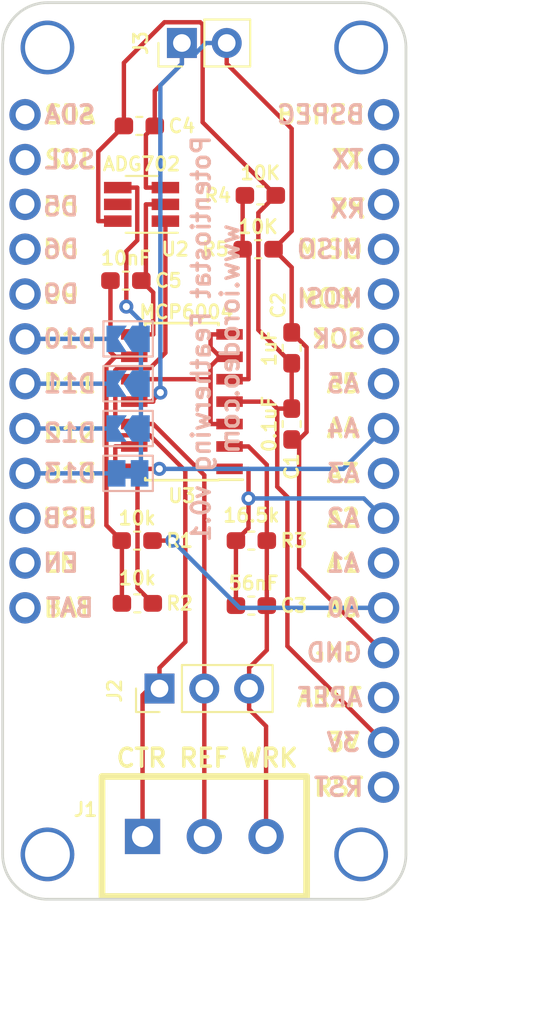
<source format=kicad_pcb>
(kicad_pcb (version 20171130) (host pcbnew 5.0.2-bee76a0~70~ubuntu18.04.1)

  (general
    (thickness 1.6)
    (drawings 14)
    (tracks 145)
    (zones 0)
    (modules 20)
    (nets 38)
  )

  (page A4)
  (layers
    (0 F.Cu signal)
    (31 B.Cu signal)
    (32 B.Adhes user)
    (33 F.Adhes user)
    (34 B.Paste user)
    (35 F.Paste user)
    (36 B.SilkS user)
    (37 F.SilkS user)
    (38 B.Mask user)
    (39 F.Mask user)
    (40 Dwgs.User user)
    (41 Cmts.User user)
    (42 Eco1.User user)
    (43 Eco2.User user)
    (44 Edge.Cuts user)
    (45 Margin user)
    (46 B.CrtYd user)
    (47 F.CrtYd user)
    (48 B.Fab user)
    (49 F.Fab user)
  )

  (setup
    (last_trace_width 0.25)
    (trace_clearance 0.2)
    (zone_clearance 0.508)
    (zone_45_only no)
    (trace_min 0.2)
    (segment_width 0.2)
    (edge_width 0.15)
    (via_size 0.8)
    (via_drill 0.4)
    (via_min_size 0.4)
    (via_min_drill 0.3)
    (uvia_size 0.3)
    (uvia_drill 0.1)
    (uvias_allowed no)
    (uvia_min_size 0.2)
    (uvia_min_drill 0.1)
    (pcb_text_width 0.3)
    (pcb_text_size 1.5 1.5)
    (mod_edge_width 0.15)
    (mod_text_size 0.762 0.762)
    (mod_text_width 0.1524)
    (pad_size 1.524 1.524)
    (pad_drill 0.762)
    (pad_to_mask_clearance 0.051)
    (solder_mask_min_width 0.25)
    (aux_axis_origin 0 0)
    (visible_elements FFFFFF7F)
    (pcbplotparams
      (layerselection 0x010f0_ffffffff)
      (usegerberextensions false)
      (usegerberattributes false)
      (usegerberadvancedattributes false)
      (creategerberjobfile false)
      (excludeedgelayer true)
      (linewidth 0.100000)
      (plotframeref false)
      (viasonmask false)
      (mode 1)
      (useauxorigin false)
      (hpglpennumber 1)
      (hpglpenspeed 20)
      (hpglpendiameter 15.000000)
      (psnegative false)
      (psa4output false)
      (plotreference true)
      (plotvalue true)
      (plotinvisibletext false)
      (padsonsilk false)
      (subtractmaskfromsilk false)
      (outputformat 1)
      (mirror false)
      (drillshape 0)
      (scaleselection 1)
      (outputdirectory "gerber_v0p2_r1/"))
  )

  (net 0 "")
  (net 1 GND)
  (net 2 /3V3)
  (net 3 "Net-(C5-Pad2)")
  (net 4 /CTR_ELECT)
  (net 5 /WRK_ELECT)
  (net 6 /AIN_TIA)
  (net 7 /DAC_SETPT)
  (net 8 /REF_ELECT_BUF)
  (net 9 "Net-(U1-Pad1)")
  (net 10 "Net-(U1-Pad2)")
  (net 11 "Net-(U1-Pad3)")
  (net 12 "Net-(U1-Pad4)")
  (net 13 "Net-(U1-Pad5)")
  (net 14 "Net-(U1-Pad10)")
  (net 15 "Net-(U1-Pad11)")
  (net 16 "Net-(U1-Pad12)")
  (net 17 "Net-(U1-Pad13)")
  (net 18 "Net-(U1-Pad15)")
  (net 19 "Net-(U1-Pad20)")
  (net 20 "Net-(U1-Pad22)")
  (net 21 "Net-(U1-Pad23)")
  (net 22 "Net-(U1-Pad24)")
  (net 23 "Net-(U1-Pad25)")
  (net 24 "Net-(U1-Pad26)")
  (net 25 "Net-(U1-Pad27)")
  (net 26 "Net-(U1-Pad28)")
  (net 27 "Net-(U2-Pad5)")
  (net 28 /VGND)
  (net 29 /REF_ELECT)
  (net 30 "Net-(C5-Pad1)")
  (net 31 /SWITCH)
  (net 32 "Net-(JP1-Pad2)")
  (net 33 "Net-(JP2-Pad2)")
  (net 34 "Net-(JP3-Pad2)")
  (net 35 "Net-(JP4-Pad2)")
  (net 36 "Net-(R4-Pad2)")
  (net 37 "Net-(U1-Pad18)")

  (net_class Default "This is the default net class."
    (clearance 0.2)
    (trace_width 0.25)
    (via_dia 0.8)
    (via_drill 0.4)
    (uvia_dia 0.3)
    (uvia_drill 0.1)
    (add_net /3V3)
    (add_net /AIN_TIA)
    (add_net /CTR_ELECT)
    (add_net /DAC_SETPT)
    (add_net /REF_ELECT)
    (add_net /REF_ELECT_BUF)
    (add_net /SWITCH)
    (add_net /VGND)
    (add_net /WRK_ELECT)
    (add_net GND)
    (add_net "Net-(C5-Pad1)")
    (add_net "Net-(C5-Pad2)")
    (add_net "Net-(JP1-Pad2)")
    (add_net "Net-(JP2-Pad2)")
    (add_net "Net-(JP3-Pad2)")
    (add_net "Net-(JP4-Pad2)")
    (add_net "Net-(R4-Pad2)")
    (add_net "Net-(U1-Pad1)")
    (add_net "Net-(U1-Pad10)")
    (add_net "Net-(U1-Pad11)")
    (add_net "Net-(U1-Pad12)")
    (add_net "Net-(U1-Pad13)")
    (add_net "Net-(U1-Pad15)")
    (add_net "Net-(U1-Pad18)")
    (add_net "Net-(U1-Pad2)")
    (add_net "Net-(U1-Pad20)")
    (add_net "Net-(U1-Pad22)")
    (add_net "Net-(U1-Pad23)")
    (add_net "Net-(U1-Pad24)")
    (add_net "Net-(U1-Pad25)")
    (add_net "Net-(U1-Pad26)")
    (add_net "Net-(U1-Pad27)")
    (add_net "Net-(U1-Pad28)")
    (add_net "Net-(U1-Pad3)")
    (add_net "Net-(U1-Pad4)")
    (add_net "Net-(U1-Pad5)")
    (add_net "Net-(U2-Pad5)")
  )

  (module feather_wing:feather_wing (layer F.Cu) (tedit 5E374787) (tstamp 5D7F9D47)
    (at 50.8 50.8)
    (path /5D5AD507)
    (fp_text reference U1 (at 0 -26.67) (layer F.SilkS) hide
      (effects (font (size 0.762 0.762) (thickness 0.1524)))
    )
    (fp_text value feather_wing (at 0 27.94) (layer F.Fab) hide
      (effects (font (size 0.762 0.762) (thickness 0.1524)))
    )
    (fp_text user RST (at 7.62 19.05) (layer F.SilkS)
      (effects (font (size 1.016 1.016) (thickness 0.2032)))
    )
    (fp_text user 3V (at 7.874 16.51) (layer F.SilkS)
      (effects (font (size 1.016 1.016) (thickness 0.2032)))
    )
    (fp_text user AREF (at 7.112 13.97) (layer F.SilkS)
      (effects (font (size 1.016 1.016) (thickness 0.2032)))
    )
    (fp_text user GND (at 7.366 11.43) (layer F.SilkS)
      (effects (font (size 1.016 1.016) (thickness 0.2032)))
    )
    (fp_text user A0 (at 7.874 8.89) (layer F.SilkS)
      (effects (font (size 1.016 1.016) (thickness 0.2032)))
    )
    (fp_text user A1 (at 7.874 6.35) (layer F.SilkS)
      (effects (font (size 1.016 1.016) (thickness 0.2032)))
    )
    (fp_text user A2 (at 7.874 3.81) (layer F.SilkS)
      (effects (font (size 1.016 1.016) (thickness 0.2032)))
    )
    (fp_text user A3 (at 7.874 1.27) (layer F.SilkS)
      (effects (font (size 1.016 1.016) (thickness 0.2032)))
    )
    (fp_text user A4 (at 7.874 -1.27) (layer F.SilkS)
      (effects (font (size 1.016 1.016) (thickness 0.2032)))
    )
    (fp_text user A5 (at 7.874 -3.81) (layer F.SilkS)
      (effects (font (size 1.016 1.016) (thickness 0.2032)))
    )
    (fp_text user SCK (at 7.62 -6.35) (layer F.SilkS)
      (effects (font (size 1.016 1.016) (thickness 0.2032)))
    )
    (fp_text user MOSI (at 7.112 -8.636) (layer F.SilkS)
      (effects (font (size 1.016 1.016) (thickness 0.2032)))
    )
    (fp_text user MISO (at 7.112 -11.43) (layer F.SilkS)
      (effects (font (size 1.016 1.016) (thickness 0.2032)))
    )
    (fp_text user RX (at 8.128 -13.716) (layer F.SilkS)
      (effects (font (size 1.016 1.016) (thickness 0.2032)))
    )
    (fp_text user TX (at 8.128 -16.51) (layer F.SilkS)
      (effects (font (size 1.016 1.016) (thickness 0.2032)))
    )
    (fp_text user BSPEC (at 6.604 -19.05) (layer F.SilkS)
      (effects (font (size 1.016 1.016) (thickness 0.2032)))
    )
    (fp_text user BAT (at -7.747 8.89) (layer F.SilkS)
      (effects (font (size 1.016 1.016) (thickness 0.2032)))
    )
    (fp_text user EN (at -8.128 6.35) (layer F.SilkS)
      (effects (font (size 1.016 1.016) (thickness 0.2032)))
    )
    (fp_text user USB (at -7.62 3.81) (layer F.SilkS)
      (effects (font (size 1.016 1.016) (thickness 0.2032)))
    )
    (fp_text user D13 (at -7.62 1.27) (layer F.SilkS)
      (effects (font (size 1.016 1.016) (thickness 0.2032)))
    )
    (fp_text user D12 (at -7.62 -1.016) (layer F.SilkS)
      (effects (font (size 1.016 1.016) (thickness 0.2032)))
    )
    (fp_text user D11 (at -7.62 -3.81) (layer F.SilkS)
      (effects (font (size 1.016 1.016) (thickness 0.2032)))
    )
    (fp_text user D10 (at -7.62 -6.35) (layer F.SilkS)
      (effects (font (size 1.016 1.016) (thickness 0.2032)))
    )
    (fp_text user D9 (at -8.128 -8.89) (layer F.SilkS)
      (effects (font (size 1.016 1.016) (thickness 0.2032)))
    )
    (fp_text user D6 (at -8.128 -11.43) (layer F.SilkS)
      (effects (font (size 1.016 1.016) (thickness 0.2032)))
    )
    (fp_text user D5 (at -8.128 -13.843) (layer F.SilkS)
      (effects (font (size 1.016 1.016) (thickness 0.2032)))
    )
    (fp_text user SCL (at -7.62 -16.51) (layer F.SilkS)
      (effects (font (size 1.016 1.016) (thickness 0.2032)))
    )
    (fp_text user SDA (at -7.62 -19.05) (layer F.SilkS)
      (effects (font (size 1.016 1.016) (thickness 0.2032)))
    )
    (fp_text user RST (at 7.62 19.05) (layer B.SilkS)
      (effects (font (size 1.016 1.016) (thickness 0.2032)) (justify mirror))
    )
    (fp_text user 3V (at 7.874 16.51) (layer B.SilkS)
      (effects (font (size 1.016 1.016) (thickness 0.2032)) (justify mirror))
    )
    (fp_text user AREF (at 7.112 13.97) (layer B.SilkS)
      (effects (font (size 1.016 1.016) (thickness 0.2032)) (justify mirror))
    )
    (fp_text user GND (at 7.366 11.43) (layer B.SilkS)
      (effects (font (size 1.016 1.016) (thickness 0.2032)) (justify mirror))
    )
    (fp_text user A0 (at 7.874 8.89) (layer B.SilkS)
      (effects (font (size 1.016 1.016) (thickness 0.2032)) (justify mirror))
    )
    (fp_text user A1 (at 7.874 6.35) (layer B.SilkS)
      (effects (font (size 1.016 1.016) (thickness 0.2032)) (justify mirror))
    )
    (fp_text user A2 (at 7.874 3.81) (layer B.SilkS)
      (effects (font (size 1.016 1.016) (thickness 0.2032)) (justify mirror))
    )
    (fp_text user A3 (at 7.874 1.27) (layer B.SilkS)
      (effects (font (size 1.016 1.016) (thickness 0.2032)) (justify mirror))
    )
    (fp_text user A4 (at 7.874 -1.27) (layer B.SilkS)
      (effects (font (size 1.016 1.016) (thickness 0.2032)) (justify mirror))
    )
    (fp_text user A5 (at 7.874 -3.81) (layer B.SilkS)
      (effects (font (size 1.016 1.016) (thickness 0.2032)) (justify mirror))
    )
    (fp_text user SCK (at 7.62 -6.35) (layer B.SilkS)
      (effects (font (size 1.016 1.016) (thickness 0.2032)) (justify mirror))
    )
    (fp_text user MOSI (at 7.112 -8.636) (layer B.SilkS)
      (effects (font (size 1.016 1.016) (thickness 0.2032)) (justify mirror))
    )
    (fp_text user MISO (at 7.112 -11.43) (layer B.SilkS)
      (effects (font (size 1.016 1.016) (thickness 0.2032)) (justify mirror))
    )
    (fp_text user RX (at 8.128 -13.716) (layer B.SilkS)
      (effects (font (size 1.016 1.016) (thickness 0.2032)) (justify mirror))
    )
    (fp_text user TX (at 8.128 -16.51) (layer B.SilkS)
      (effects (font (size 1.016 1.016) (thickness 0.2032)) (justify mirror))
    )
    (fp_text user BSPEC (at 6.604 -19.05) (layer B.SilkS)
      (effects (font (size 1.016 1.016) (thickness 0.2032)) (justify mirror))
    )
    (fp_text user BAT (at -7.62 8.89) (layer B.SilkS)
      (effects (font (size 1.016 1.016) (thickness 0.2032)) (justify mirror))
    )
    (fp_text user EN (at -8.128 6.35) (layer B.SilkS)
      (effects (font (size 1.016 1.016) (thickness 0.2032)) (justify mirror))
    )
    (fp_text user USB (at -7.62 3.81) (layer B.SilkS)
      (effects (font (size 1.016 1.016) (thickness 0.2032)) (justify mirror))
    )
    (fp_text user D13 (at -7.62 1.27) (layer B.SilkS)
      (effects (font (size 1.016 1.016) (thickness 0.2032)) (justify mirror))
    )
    (fp_text user D12 (at -7.62 -1.016) (layer B.SilkS)
      (effects (font (size 1.016 1.016) (thickness 0.2032)) (justify mirror))
    )
    (fp_text user D11 (at -7.62 -3.81) (layer B.SilkS)
      (effects (font (size 1.016 1.016) (thickness 0.2032)) (justify mirror))
    )
    (fp_text user D10 (at -7.62 -6.35) (layer B.SilkS)
      (effects (font (size 1.016 1.016) (thickness 0.2032)) (justify mirror))
    )
    (fp_text user D9 (at -8.128 -8.89) (layer B.SilkS)
      (effects (font (size 1.016 1.016) (thickness 0.2032)) (justify mirror))
    )
    (fp_text user D6 (at -8.128 -11.43) (layer B.SilkS)
      (effects (font (size 1.016 1.016) (thickness 0.2032)) (justify mirror))
    )
    (fp_text user D5 (at -8.128 -13.843) (layer B.SilkS)
      (effects (font (size 1.016 1.016) (thickness 0.2032)) (justify mirror))
    )
    (fp_text user SCL (at -7.62 -16.51) (layer B.SilkS)
      (effects (font (size 1.016 1.016) (thickness 0.2032)) (justify mirror))
    )
    (fp_text user SDA (at -7.62 -19.05) (layer B.SilkS)
      (effects (font (size 1.016 1.016) (thickness 0.2032)) (justify mirror))
    )
    (fp_line (start -11.43 -22.86) (end -11.43 22.86) (layer F.SilkS) (width 0.15))
    (fp_line (start 8.89 25.4) (end -8.89 25.4) (layer F.SilkS) (width 0.15))
    (fp_line (start 11.43 -22.86) (end 11.43 22.86) (layer F.SilkS) (width 0.15))
    (fp_line (start 8.89 -25.4) (end -8.89 -25.4) (layer F.SilkS) (width 0.15))
    (fp_arc (start -8.89 22.86) (end -11.43 22.86) (angle -90) (layer F.SilkS) (width 0.15))
    (fp_arc (start 8.89 22.86) (end 8.89 25.4) (angle -90) (layer F.SilkS) (width 0.15))
    (fp_arc (start 8.89 -22.86) (end 11.43 -22.86) (angle -90) (layer F.SilkS) (width 0.15))
    (fp_arc (start -8.89 -22.86) (end -8.89 -25.4) (angle -90) (layer F.SilkS) (width 0.15))
    (pad 28 thru_hole circle (at 10.16 -19.05) (size 1.778 1.778) (drill 1.0668) (layers *.Cu *.Mask)
      (net 26 "Net-(U1-Pad28)"))
    (pad 27 thru_hole circle (at 10.16 -16.51) (size 1.778 1.778) (drill 1.0668) (layers *.Cu *.Mask)
      (net 25 "Net-(U1-Pad27)"))
    (pad 26 thru_hole circle (at 10.16 -13.97) (size 1.778 1.778) (drill 1.0668) (layers *.Cu *.Mask)
      (net 24 "Net-(U1-Pad26)"))
    (pad 25 thru_hole circle (at 10.16 -11.43) (size 1.778 1.778) (drill 1.0668) (layers *.Cu *.Mask)
      (net 23 "Net-(U1-Pad25)"))
    (pad 24 thru_hole circle (at 10.16 -8.89) (size 1.778 1.778) (drill 1.0668) (layers *.Cu *.Mask)
      (net 22 "Net-(U1-Pad24)"))
    (pad 23 thru_hole circle (at 10.16 -6.35) (size 1.778 1.778) (drill 1.0668) (layers *.Cu *.Mask)
      (net 21 "Net-(U1-Pad23)"))
    (pad 22 thru_hole circle (at 10.16 -3.81) (size 1.778 1.778) (drill 1.0668) (layers *.Cu *.Mask)
      (net 20 "Net-(U1-Pad22)"))
    (pad 21 thru_hole circle (at 10.16 -1.27) (size 1.778 1.778) (drill 1.0668) (layers *.Cu *.Mask)
      (net 8 /REF_ELECT_BUF))
    (pad 20 thru_hole circle (at 10.16 1.27) (size 1.778 1.778) (drill 1.0668) (layers *.Cu *.Mask)
      (net 19 "Net-(U1-Pad20)"))
    (pad 19 thru_hole circle (at 10.16 3.81) (size 1.778 1.778) (drill 1.0668) (layers *.Cu *.Mask)
      (net 6 /AIN_TIA))
    (pad 18 thru_hole circle (at 10.16 6.35) (size 1.778 1.778) (drill 1.0668) (layers *.Cu *.Mask)
      (net 37 "Net-(U1-Pad18)"))
    (pad 17 thru_hole circle (at 10.16 8.89) (size 1.778 1.778) (drill 1.0668) (layers *.Cu *.Mask)
      (net 7 /DAC_SETPT))
    (pad 16 thru_hole circle (at 10.16 11.43) (size 1.778 1.778) (drill 1.0668) (layers *.Cu *.Mask)
      (net 1 GND))
    (pad 15 thru_hole circle (at 10.16 13.97) (size 1.778 1.778) (drill 1.0668) (layers *.Cu *.Mask)
      (net 18 "Net-(U1-Pad15)"))
    (pad 14 thru_hole circle (at 10.16 16.51) (size 1.778 1.778) (drill 1.0668) (layers *.Cu *.Mask)
      (net 2 /3V3))
    (pad 13 thru_hole circle (at 10.16 19.05) (size 1.778 1.778) (drill 1.0668) (layers *.Cu *.Mask)
      (net 17 "Net-(U1-Pad13)"))
    (pad 12 thru_hole circle (at -10.16 8.89) (size 1.778 1.778) (drill 1.0668) (layers *.Cu *.Mask)
      (net 16 "Net-(U1-Pad12)"))
    (pad 11 thru_hole circle (at -10.16 6.35) (size 1.778 1.778) (drill 1.0668) (layers *.Cu *.Mask)
      (net 15 "Net-(U1-Pad11)"))
    (pad 10 thru_hole circle (at -10.16 3.81) (size 1.778 1.778) (drill 1.0668) (layers *.Cu *.Mask)
      (net 14 "Net-(U1-Pad10)"))
    (pad 9 thru_hole circle (at -10.16 1.27) (size 1.778 1.778) (drill 1.0668) (layers *.Cu *.Mask)
      (net 32 "Net-(JP1-Pad2)"))
    (pad 8 thru_hole circle (at -10.16 -1.27) (size 1.778 1.778) (drill 1.0668) (layers *.Cu *.Mask)
      (net 33 "Net-(JP2-Pad2)"))
    (pad 7 thru_hole circle (at -10.16 -3.81) (size 1.778 1.778) (drill 1.0668) (layers *.Cu *.Mask)
      (net 34 "Net-(JP3-Pad2)"))
    (pad 6 thru_hole circle (at -10.16 -6.35) (size 1.778 1.778) (drill 1.0668) (layers *.Cu *.Mask)
      (net 35 "Net-(JP4-Pad2)"))
    (pad 5 thru_hole circle (at -10.16 -8.89) (size 1.778 1.778) (drill 1.0668) (layers *.Cu *.Mask)
      (net 13 "Net-(U1-Pad5)"))
    (pad 4 thru_hole circle (at -10.16 -11.43) (size 1.778 1.778) (drill 1.0668) (layers *.Cu *.Mask)
      (net 12 "Net-(U1-Pad4)"))
    (pad 3 thru_hole circle (at -10.16 -13.97) (size 1.778 1.778) (drill 1.0668) (layers *.Cu *.Mask)
      (net 11 "Net-(U1-Pad3)"))
    (pad 2 thru_hole circle (at -10.16 -16.51) (size 1.778 1.778) (drill 1.0668) (layers *.Cu *.Mask)
      (net 10 "Net-(U1-Pad2)"))
    (pad 1 thru_hole circle (at -10.16 -19.05) (size 1.778 1.778) (drill 1.0668) (layers *.Cu *.Mask)
      (net 9 "Net-(U1-Pad1)"))
    (pad "" thru_hole circle (at -8.89 22.86) (size 3.048 3.048) (drill 2.54) (layers *.Cu *.Mask))
    (pad "" thru_hole circle (at 8.89 22.86) (size 3.048 3.048) (drill 2.54) (layers *.Cu *.Mask))
    (pad "" np_thru_hole circle (at 8.89 -22.86) (size 3.048 3.048) (drill 2.54) (layers *.Cu *.Mask))
    (pad "" np_thru_hole circle (at -8.89 -22.86) (size 3.048 3.048) (drill 2.54) (layers *.Cu *.Mask))
  )

  (module OST_SCREW_TERM_3:CONNBLOCK3 (layer F.Cu) (tedit 5D5EDDE1) (tstamp 5D7F9CB5)
    (at 50.8 72.644)
    (path /5E6BFE61)
    (fp_text reference J1 (at -6.731 -1.524) (layer F.SilkS)
      (effects (font (size 0.762 0.762) (thickness 0.1524)))
    )
    (fp_text value Screw_Terminal_01x03 (at -0.20066 -5.40004) (layer F.SilkS) hide
      (effects (font (size 0.762 0.762) (thickness 0.1524)))
    )
    (fp_line (start -5.79882 -3.40106) (end -5.79882 3.40106) (layer F.SilkS) (width 0.381))
    (fp_line (start -5.79882 3.40106) (end 5.79882 3.40106) (layer F.SilkS) (width 0.381))
    (fp_line (start 5.79882 3.40106) (end 5.79882 -3.40106) (layer F.SilkS) (width 0.381))
    (fp_line (start 5.79882 -3.40106) (end -5.79882 -3.40106) (layer F.SilkS) (width 0.381))
    (pad 2 thru_hole circle (at 0 0) (size 2 2) (drill 1.2) (layers *.Cu *.Mask)
      (net 29 /REF_ELECT))
    (pad 1 thru_hole rect (at -3.50012 0) (size 2 2) (drill 1.2) (layers *.Cu *.Mask)
      (net 4 /CTR_ELECT))
    (pad 3 thru_hole circle (at 3.50012 0) (size 2 2) (drill 1.2) (layers *.Cu *.Mask)
      (net 5 /WRK_ELECT))
  )

  (module Capacitor_SMD:C_0603_1608Metric_Pad1.05x0.95mm_HandSolder (layer F.Cu) (tedit 5E37492D) (tstamp 5E42A7FE)
    (at 55.753 49.276 270)
    (descr "Capacitor SMD 0603 (1608 Metric), square (rectangular) end terminal, IPC_7351 nominal with elongated pad for handsoldering. (Body size source: http://www.tortai-tech.com/upload/download/2011102023233369053.pdf), generated with kicad-footprint-generator")
    (tags "capacitor handsolder")
    (path /5E522CD9)
    (attr smd)
    (fp_text reference C1 (at 2.413 0 270) (layer F.SilkS)
      (effects (font (size 0.762 0.762) (thickness 0.1524)))
    )
    (fp_text value 0.1uF (at 0 1.27 270) (layer F.SilkS)
      (effects (font (size 0.762 0.762) (thickness 0.1524)))
    )
    (fp_line (start -0.8 0.4) (end -0.8 -0.4) (layer F.Fab) (width 0.1))
    (fp_line (start -0.8 -0.4) (end 0.8 -0.4) (layer F.Fab) (width 0.1))
    (fp_line (start 0.8 -0.4) (end 0.8 0.4) (layer F.Fab) (width 0.1))
    (fp_line (start 0.8 0.4) (end -0.8 0.4) (layer F.Fab) (width 0.1))
    (fp_line (start -0.171267 -0.51) (end 0.171267 -0.51) (layer F.SilkS) (width 0.12))
    (fp_line (start -0.171267 0.51) (end 0.171267 0.51) (layer F.SilkS) (width 0.12))
    (fp_line (start -1.65 0.73) (end -1.65 -0.73) (layer F.CrtYd) (width 0.05))
    (fp_line (start -1.65 -0.73) (end 1.65 -0.73) (layer F.CrtYd) (width 0.05))
    (fp_line (start 1.65 -0.73) (end 1.65 0.73) (layer F.CrtYd) (width 0.05))
    (fp_line (start 1.65 0.73) (end -1.65 0.73) (layer F.CrtYd) (width 0.05))
    (fp_text user %R (at 0 0 270) (layer F.Fab)
      (effects (font (size 0.4 0.4) (thickness 0.06)))
    )
    (pad 1 smd roundrect (at -0.875 0 270) (size 1.05 0.95) (layers F.Cu F.Paste F.Mask) (roundrect_rratio 0.25)
      (net 2 /3V3))
    (pad 2 smd roundrect (at 0.875 0 270) (size 1.05 0.95) (layers F.Cu F.Paste F.Mask) (roundrect_rratio 0.25)
      (net 1 GND))
    (model ${KISYS3DMOD}/Capacitor_SMD.3dshapes/C_0603_1608Metric.wrl
      (at (xyz 0 0 0))
      (scale (xyz 1 1 1))
      (rotate (xyz 0 0 0))
    )
  )

  (module Capacitor_SMD:C_0603_1608Metric_Pad1.05x0.95mm_HandSolder (layer F.Cu) (tedit 5E374926) (tstamp 5E42A80F)
    (at 55.753 44.958 90)
    (descr "Capacitor SMD 0603 (1608 Metric), square (rectangular) end terminal, IPC_7351 nominal with elongated pad for handsoldering. (Body size source: http://www.tortai-tech.com/upload/download/2011102023233369053.pdf), generated with kicad-footprint-generator")
    (tags "capacitor handsolder")
    (path /5E522A57)
    (attr smd)
    (fp_text reference C2 (at 2.413 -0.762 90) (layer F.SilkS)
      (effects (font (size 0.762 0.762) (thickness 0.1524)))
    )
    (fp_text value 1uF (at 0 -1.27 90) (layer F.SilkS)
      (effects (font (size 0.762 0.762) (thickness 0.1524)))
    )
    (fp_line (start -0.8 0.4) (end -0.8 -0.4) (layer F.Fab) (width 0.1))
    (fp_line (start -0.8 -0.4) (end 0.8 -0.4) (layer F.Fab) (width 0.1))
    (fp_line (start 0.8 -0.4) (end 0.8 0.4) (layer F.Fab) (width 0.1))
    (fp_line (start 0.8 0.4) (end -0.8 0.4) (layer F.Fab) (width 0.1))
    (fp_line (start -0.171267 -0.51) (end 0.171267 -0.51) (layer F.SilkS) (width 0.12))
    (fp_line (start -0.171267 0.51) (end 0.171267 0.51) (layer F.SilkS) (width 0.12))
    (fp_line (start -1.65 0.73) (end -1.65 -0.73) (layer F.CrtYd) (width 0.05))
    (fp_line (start -1.65 -0.73) (end 1.65 -0.73) (layer F.CrtYd) (width 0.05))
    (fp_line (start 1.65 -0.73) (end 1.65 0.73) (layer F.CrtYd) (width 0.05))
    (fp_line (start 1.65 0.73) (end -1.65 0.73) (layer F.CrtYd) (width 0.05))
    (fp_text user %R (at 0 0 90) (layer F.Fab)
      (effects (font (size 0.4 0.4) (thickness 0.06)))
    )
    (pad 1 smd roundrect (at -0.875 0 90) (size 1.05 0.95) (layers F.Cu F.Paste F.Mask) (roundrect_rratio 0.25)
      (net 2 /3V3))
    (pad 2 smd roundrect (at 0.875 0 90) (size 1.05 0.95) (layers F.Cu F.Paste F.Mask) (roundrect_rratio 0.25)
      (net 1 GND))
    (model ${KISYS3DMOD}/Capacitor_SMD.3dshapes/C_0603_1608Metric.wrl
      (at (xyz 0 0 0))
      (scale (xyz 1 1 1))
      (rotate (xyz 0 0 0))
    )
  )

  (module Capacitor_SMD:C_0603_1608Metric_Pad1.05x0.95mm_HandSolder (layer F.Cu) (tedit 5E374944) (tstamp 5E42A820)
    (at 53.467 59.563 180)
    (descr "Capacitor SMD 0603 (1608 Metric), square (rectangular) end terminal, IPC_7351 nominal with elongated pad for handsoldering. (Body size source: http://www.tortai-tech.com/upload/download/2011102023233369053.pdf), generated with kicad-footprint-generator")
    (tags "capacitor handsolder")
    (path /5E5A9242)
    (attr smd)
    (fp_text reference C3 (at -2.413 0 180) (layer F.SilkS)
      (effects (font (size 0.762 0.762) (thickness 0.1524)))
    )
    (fp_text value 56nF (at -0.127 1.27 180) (layer F.SilkS)
      (effects (font (size 0.762 0.762) (thickness 0.1524)))
    )
    (fp_text user %R (at 0 0 180) (layer F.Fab)
      (effects (font (size 0.4 0.4) (thickness 0.06)))
    )
    (fp_line (start 1.65 0.73) (end -1.65 0.73) (layer F.CrtYd) (width 0.05))
    (fp_line (start 1.65 -0.73) (end 1.65 0.73) (layer F.CrtYd) (width 0.05))
    (fp_line (start -1.65 -0.73) (end 1.65 -0.73) (layer F.CrtYd) (width 0.05))
    (fp_line (start -1.65 0.73) (end -1.65 -0.73) (layer F.CrtYd) (width 0.05))
    (fp_line (start -0.171267 0.51) (end 0.171267 0.51) (layer F.SilkS) (width 0.12))
    (fp_line (start -0.171267 -0.51) (end 0.171267 -0.51) (layer F.SilkS) (width 0.12))
    (fp_line (start 0.8 0.4) (end -0.8 0.4) (layer F.Fab) (width 0.1))
    (fp_line (start 0.8 -0.4) (end 0.8 0.4) (layer F.Fab) (width 0.1))
    (fp_line (start -0.8 -0.4) (end 0.8 -0.4) (layer F.Fab) (width 0.1))
    (fp_line (start -0.8 0.4) (end -0.8 -0.4) (layer F.Fab) (width 0.1))
    (pad 2 smd roundrect (at 0.875 0 180) (size 1.05 0.95) (layers F.Cu F.Paste F.Mask) (roundrect_rratio 0.25)
      (net 6 /AIN_TIA))
    (pad 1 smd roundrect (at -0.875 0 180) (size 1.05 0.95) (layers F.Cu F.Paste F.Mask) (roundrect_rratio 0.25)
      (net 5 /WRK_ELECT))
    (model ${KISYS3DMOD}/Capacitor_SMD.3dshapes/C_0603_1608Metric.wrl
      (at (xyz 0 0 0))
      (scale (xyz 1 1 1))
      (rotate (xyz 0 0 0))
    )
  )

  (module Capacitor_SMD:C_0603_1608Metric_Pad1.05x0.95mm_HandSolder (layer F.Cu) (tedit 5E374869) (tstamp 5E42A831)
    (at 46.355 41.148 180)
    (descr "Capacitor SMD 0603 (1608 Metric), square (rectangular) end terminal, IPC_7351 nominal with elongated pad for handsoldering. (Body size source: http://www.tortai-tech.com/upload/download/2011102023233369053.pdf), generated with kicad-footprint-generator")
    (tags "capacitor handsolder")
    (path /5E4A054E)
    (attr smd)
    (fp_text reference C5 (at -2.413 0 180) (layer F.SilkS)
      (effects (font (size 0.762 0.762) (thickness 0.1524)))
    )
    (fp_text value 10nF (at 0 1.27 180) (layer F.SilkS)
      (effects (font (size 0.762 0.762) (thickness 0.1524)))
    )
    (fp_text user %R (at 0 0 180) (layer F.Fab)
      (effects (font (size 0.4 0.4) (thickness 0.06)))
    )
    (fp_line (start 1.65 0.73) (end -1.65 0.73) (layer F.CrtYd) (width 0.05))
    (fp_line (start 1.65 -0.73) (end 1.65 0.73) (layer F.CrtYd) (width 0.05))
    (fp_line (start -1.65 -0.73) (end 1.65 -0.73) (layer F.CrtYd) (width 0.05))
    (fp_line (start -1.65 0.73) (end -1.65 -0.73) (layer F.CrtYd) (width 0.05))
    (fp_line (start -0.171267 0.51) (end 0.171267 0.51) (layer F.SilkS) (width 0.12))
    (fp_line (start -0.171267 -0.51) (end 0.171267 -0.51) (layer F.SilkS) (width 0.12))
    (fp_line (start 0.8 0.4) (end -0.8 0.4) (layer F.Fab) (width 0.1))
    (fp_line (start 0.8 -0.4) (end 0.8 0.4) (layer F.Fab) (width 0.1))
    (fp_line (start -0.8 -0.4) (end 0.8 -0.4) (layer F.Fab) (width 0.1))
    (fp_line (start -0.8 0.4) (end -0.8 -0.4) (layer F.Fab) (width 0.1))
    (pad 2 smd roundrect (at 0.875 0 180) (size 1.05 0.95) (layers F.Cu F.Paste F.Mask) (roundrect_rratio 0.25)
      (net 3 "Net-(C5-Pad2)"))
    (pad 1 smd roundrect (at -0.875 0 180) (size 1.05 0.95) (layers F.Cu F.Paste F.Mask) (roundrect_rratio 0.25)
      (net 30 "Net-(C5-Pad1)"))
    (model ${KISYS3DMOD}/Capacitor_SMD.3dshapes/C_0603_1608Metric.wrl
      (at (xyz 0 0 0))
      (scale (xyz 1 1 1))
      (rotate (xyz 0 0 0))
    )
  )

  (module Connector_PinHeader_2.54mm:PinHeader_1x03_P2.54mm_Vertical (layer F.Cu) (tedit 5E3740AD) (tstamp 5E42A848)
    (at 48.26 64.262 90)
    (descr "Through hole straight pin header, 1x03, 2.54mm pitch, single row")
    (tags "Through hole pin header THT 1x03 2.54mm single row")
    (path /5E6BFCA1)
    (fp_text reference J2 (at -0.127 -2.54 90) (layer F.SilkS)
      (effects (font (size 0.762 0.762) (thickness 0.1524)))
    )
    (fp_text value Conn_01x03 (at 0 7.41 90) (layer F.Fab) hide
      (effects (font (size 0.762 0.762) (thickness 0.1524)))
    )
    (fp_line (start -0.635 -1.27) (end 1.27 -1.27) (layer F.Fab) (width 0.1))
    (fp_line (start 1.27 -1.27) (end 1.27 6.35) (layer F.Fab) (width 0.1))
    (fp_line (start 1.27 6.35) (end -1.27 6.35) (layer F.Fab) (width 0.1))
    (fp_line (start -1.27 6.35) (end -1.27 -0.635) (layer F.Fab) (width 0.1))
    (fp_line (start -1.27 -0.635) (end -0.635 -1.27) (layer F.Fab) (width 0.1))
    (fp_line (start -1.33 6.41) (end 1.33 6.41) (layer F.SilkS) (width 0.12))
    (fp_line (start -1.33 1.27) (end -1.33 6.41) (layer F.SilkS) (width 0.12))
    (fp_line (start 1.33 1.27) (end 1.33 6.41) (layer F.SilkS) (width 0.12))
    (fp_line (start -1.33 1.27) (end 1.33 1.27) (layer F.SilkS) (width 0.12))
    (fp_line (start -1.33 0) (end -1.33 -1.33) (layer F.SilkS) (width 0.12))
    (fp_line (start -1.33 -1.33) (end 0 -1.33) (layer F.SilkS) (width 0.12))
    (fp_line (start -1.8 -1.8) (end -1.8 6.85) (layer F.CrtYd) (width 0.05))
    (fp_line (start -1.8 6.85) (end 1.8 6.85) (layer F.CrtYd) (width 0.05))
    (fp_line (start 1.8 6.85) (end 1.8 -1.8) (layer F.CrtYd) (width 0.05))
    (fp_line (start 1.8 -1.8) (end -1.8 -1.8) (layer F.CrtYd) (width 0.05))
    (fp_text user %R (at 0 2.54 180) (layer F.Fab)
      (effects (font (size 1 1) (thickness 0.15)))
    )
    (pad 1 thru_hole rect (at 0 0 90) (size 1.7 1.7) (drill 1) (layers *.Cu *.Mask)
      (net 4 /CTR_ELECT))
    (pad 2 thru_hole oval (at 0 2.54 90) (size 1.7 1.7) (drill 1) (layers *.Cu *.Mask)
      (net 29 /REF_ELECT))
    (pad 3 thru_hole oval (at 0 5.08 90) (size 1.7 1.7) (drill 1) (layers *.Cu *.Mask)
      (net 5 /WRK_ELECT))
    (model ${KISYS3DMOD}/Connector_PinHeader_2.54mm.3dshapes/PinHeader_1x03_P2.54mm_Vertical.wrl
      (at (xyz 0 0 0))
      (scale (xyz 1 1 1))
      (rotate (xyz 0 0 0))
    )
  )

  (module Connector_PinHeader_2.54mm:PinHeader_1x02_P2.54mm_Vertical (layer F.Cu) (tedit 5E3740F6) (tstamp 5E42A85E)
    (at 49.53 27.686 90)
    (descr "Through hole straight pin header, 1x02, 2.54mm pitch, single row")
    (tags "Through hole pin header THT 1x02 2.54mm single row")
    (path /5E6BF263)
    (fp_text reference J3 (at 0 -2.33 90) (layer F.SilkS)
      (effects (font (size 0.762 0.762) (thickness 0.1524)))
    )
    (fp_text value Conn_01x02 (at 0 4.87 90) (layer F.Fab) hide
      (effects (font (size 0.762 0.762) (thickness 0.1524)))
    )
    (fp_line (start -0.635 -1.27) (end 1.27 -1.27) (layer F.Fab) (width 0.1))
    (fp_line (start 1.27 -1.27) (end 1.27 3.81) (layer F.Fab) (width 0.1))
    (fp_line (start 1.27 3.81) (end -1.27 3.81) (layer F.Fab) (width 0.1))
    (fp_line (start -1.27 3.81) (end -1.27 -0.635) (layer F.Fab) (width 0.1))
    (fp_line (start -1.27 -0.635) (end -0.635 -1.27) (layer F.Fab) (width 0.1))
    (fp_line (start -1.33 3.87) (end 1.33 3.87) (layer F.SilkS) (width 0.12))
    (fp_line (start -1.33 1.27) (end -1.33 3.87) (layer F.SilkS) (width 0.12))
    (fp_line (start 1.33 1.27) (end 1.33 3.87) (layer F.SilkS) (width 0.12))
    (fp_line (start -1.33 1.27) (end 1.33 1.27) (layer F.SilkS) (width 0.12))
    (fp_line (start -1.33 0) (end -1.33 -1.33) (layer F.SilkS) (width 0.12))
    (fp_line (start -1.33 -1.33) (end 0 -1.33) (layer F.SilkS) (width 0.12))
    (fp_line (start -1.8 -1.8) (end -1.8 4.35) (layer F.CrtYd) (width 0.05))
    (fp_line (start -1.8 4.35) (end 1.8 4.35) (layer F.CrtYd) (width 0.05))
    (fp_line (start 1.8 4.35) (end 1.8 -1.8) (layer F.CrtYd) (width 0.05))
    (fp_line (start 1.8 -1.8) (end -1.8 -1.8) (layer F.CrtYd) (width 0.05))
    (fp_text user %R (at 0 1.27 180) (layer F.Fab)
      (effects (font (size 1 1) (thickness 0.15)))
    )
    (pad 1 thru_hole rect (at 0 0 90) (size 1.7 1.7) (drill 1) (layers *.Cu *.Mask)
      (net 1 GND))
    (pad 2 thru_hole oval (at 0 2.54 90) (size 1.7 1.7) (drill 1) (layers *.Cu *.Mask)
      (net 1 GND))
    (model ${KISYS3DMOD}/Connector_PinHeader_2.54mm.3dshapes/PinHeader_1x02_P2.54mm_Vertical.wrl
      (at (xyz 0 0 0))
      (scale (xyz 1 1 1))
      (rotate (xyz 0 0 0))
    )
  )

  (module Jumper:SolderJumper-2_P1.3mm_Bridged_Pad1.0x1.5mm (layer B.Cu) (tedit 5E3746CD) (tstamp 5E42A86C)
    (at 46.482 52.07 180)
    (descr "SMD Solder Jumper, 1x1.5mm Pads, 0.3mm gap, bridged with 1 copper strip")
    (tags "solder jumper open")
    (path /5E462E81)
    (attr virtual)
    (fp_text reference JP1 (at 0 1.8 180) (layer B.SilkS) hide
      (effects (font (size 0.762 0.762) (thickness 0.1524)) (justify mirror))
    )
    (fp_text value Jumper_2_Bridged (at 0 -1.9 180) (layer B.Fab) hide
      (effects (font (size 0.762 0.762) (thickness 0.1524)) (justify mirror))
    )
    (fp_line (start -1.4 -1) (end -1.4 1) (layer B.SilkS) (width 0.12))
    (fp_line (start 1.4 -1) (end -1.4 -1) (layer B.SilkS) (width 0.12))
    (fp_line (start 1.4 1) (end 1.4 -1) (layer B.SilkS) (width 0.12))
    (fp_line (start -1.4 1) (end 1.4 1) (layer B.SilkS) (width 0.12))
    (fp_line (start -1.65 1.25) (end 1.65 1.25) (layer B.CrtYd) (width 0.05))
    (fp_line (start -1.65 1.25) (end -1.65 -1.25) (layer B.CrtYd) (width 0.05))
    (fp_line (start 1.65 -1.25) (end 1.65 1.25) (layer B.CrtYd) (width 0.05))
    (fp_line (start 1.65 -1.25) (end -1.65 -1.25) (layer B.CrtYd) (width 0.05))
    (pad 1 smd custom (at -0.65 0 180) (size 1 1.5) (layers B.Cu B.Mask)
      (net 31 /SWITCH)
      (options (clearance outline) (anchor rect))
      (primitives
        (gr_poly (pts
           (xy 0.4 0.3) (xy 0.9 0.3) (xy 0.9 -0.3) (xy 0.4 -0.3)) (width 0))
      ))
    (pad 2 smd rect (at 0.65 0 180) (size 1 1.5) (layers B.Cu B.Mask)
      (net 32 "Net-(JP1-Pad2)"))
  )

  (module Jumper:SolderJumper-2_P1.3mm_Open_TrianglePad1.0x1.5mm (layer B.Cu) (tedit 5E3746C3) (tstamp 5E42A87A)
    (at 46.482 49.53 180)
    (descr "SMD Solder Jumper, 1x1.5mm Triangular Pads, 0.3mm gap, open")
    (tags "solder jumper open")
    (path /5E46315A)
    (attr virtual)
    (fp_text reference JP2 (at 0 1.8 180) (layer B.SilkS) hide
      (effects (font (size 0.762 0.762) (thickness 0.1524)) (justify mirror))
    )
    (fp_text value Jumper_2_Open (at 0 -1.9 180) (layer B.Fab) hide
      (effects (font (size 0.762 0.762) (thickness 0.1524)) (justify mirror))
    )
    (fp_line (start 1.65 -1.25) (end -1.65 -1.25) (layer B.CrtYd) (width 0.05))
    (fp_line (start 1.65 -1.25) (end 1.65 1.25) (layer B.CrtYd) (width 0.05))
    (fp_line (start -1.65 1.25) (end -1.65 -1.25) (layer B.CrtYd) (width 0.05))
    (fp_line (start -1.65 1.25) (end 1.65 1.25) (layer B.CrtYd) (width 0.05))
    (fp_line (start -1.4 1) (end 1.4 1) (layer B.SilkS) (width 0.12))
    (fp_line (start 1.4 1) (end 1.4 -1) (layer B.SilkS) (width 0.12))
    (fp_line (start 1.4 -1) (end -1.4 -1) (layer B.SilkS) (width 0.12))
    (fp_line (start -1.4 -1) (end -1.4 1) (layer B.SilkS) (width 0.12))
    (pad 1 smd custom (at -0.725 0 180) (size 0.3 0.3) (layers B.Cu B.Mask)
      (net 31 /SWITCH) (zone_connect 0)
      (options (clearance outline) (anchor rect))
      (primitives
        (gr_poly (pts
           (xy -0.5 0.75) (xy 0.5 0.75) (xy 1 0) (xy 0.5 -0.75) (xy -0.5 -0.75)
) (width 0))
      ))
    (pad 2 smd custom (at 0.725 0 180) (size 0.3 0.3) (layers B.Cu B.Mask)
      (net 33 "Net-(JP2-Pad2)") (zone_connect 0)
      (options (clearance outline) (anchor rect))
      (primitives
        (gr_poly (pts
           (xy -0.65 0.75) (xy 0.5 0.75) (xy 0.5 -0.75) (xy -0.65 -0.75) (xy -0.15 0)
) (width 0))
      ))
  )

  (module Jumper:SolderJumper-2_P1.3mm_Open_TrianglePad1.0x1.5mm (layer B.Cu) (tedit 5E3746B8) (tstamp 5E42A888)
    (at 46.482 46.99 180)
    (descr "SMD Solder Jumper, 1x1.5mm Triangular Pads, 0.3mm gap, open")
    (tags "solder jumper open")
    (path /5E462FFE)
    (attr virtual)
    (fp_text reference JP3 (at 0 1.8 180) (layer B.SilkS) hide
      (effects (font (size 0.762 0.762) (thickness 0.1524)) (justify mirror))
    )
    (fp_text value Jumper_2_Open (at 0 -1.9 180) (layer B.Fab) hide
      (effects (font (size 0.762 0.762) (thickness 0.1524)) (justify mirror))
    )
    (fp_line (start -1.4 -1) (end -1.4 1) (layer B.SilkS) (width 0.12))
    (fp_line (start 1.4 -1) (end -1.4 -1) (layer B.SilkS) (width 0.12))
    (fp_line (start 1.4 1) (end 1.4 -1) (layer B.SilkS) (width 0.12))
    (fp_line (start -1.4 1) (end 1.4 1) (layer B.SilkS) (width 0.12))
    (fp_line (start -1.65 1.25) (end 1.65 1.25) (layer B.CrtYd) (width 0.05))
    (fp_line (start -1.65 1.25) (end -1.65 -1.25) (layer B.CrtYd) (width 0.05))
    (fp_line (start 1.65 -1.25) (end 1.65 1.25) (layer B.CrtYd) (width 0.05))
    (fp_line (start 1.65 -1.25) (end -1.65 -1.25) (layer B.CrtYd) (width 0.05))
    (pad 2 smd custom (at 0.725 0 180) (size 0.3 0.3) (layers B.Cu B.Mask)
      (net 34 "Net-(JP3-Pad2)") (zone_connect 0)
      (options (clearance outline) (anchor rect))
      (primitives
        (gr_poly (pts
           (xy -0.65 0.75) (xy 0.5 0.75) (xy 0.5 -0.75) (xy -0.65 -0.75) (xy -0.15 0)
) (width 0))
      ))
    (pad 1 smd custom (at -0.725 0 180) (size 0.3 0.3) (layers B.Cu B.Mask)
      (net 31 /SWITCH) (zone_connect 0)
      (options (clearance outline) (anchor rect))
      (primitives
        (gr_poly (pts
           (xy -0.5 0.75) (xy 0.5 0.75) (xy 1 0) (xy 0.5 -0.75) (xy -0.5 -0.75)
) (width 0))
      ))
  )

  (module Jumper:SolderJumper-2_P1.3mm_Open_TrianglePad1.0x1.5mm (layer B.Cu) (tedit 5E3746AE) (tstamp 5E42A896)
    (at 46.482 44.45 180)
    (descr "SMD Solder Jumper, 1x1.5mm Triangular Pads, 0.3mm gap, open")
    (tags "solder jumper open")
    (path /5E6B9E99)
    (attr virtual)
    (fp_text reference JP4 (at 0 1.8 180) (layer B.SilkS) hide
      (effects (font (size 0.762 0.762) (thickness 0.1524)) (justify mirror))
    )
    (fp_text value Jumper_2_Open (at 0 -1.9 180) (layer B.Fab) hide
      (effects (font (size 0.762 0.762) (thickness 0.1524)) (justify mirror))
    )
    (fp_line (start -1.4 -1) (end -1.4 1) (layer B.SilkS) (width 0.12))
    (fp_line (start 1.4 -1) (end -1.4 -1) (layer B.SilkS) (width 0.12))
    (fp_line (start 1.4 1) (end 1.4 -1) (layer B.SilkS) (width 0.12))
    (fp_line (start -1.4 1) (end 1.4 1) (layer B.SilkS) (width 0.12))
    (fp_line (start -1.65 1.25) (end 1.65 1.25) (layer B.CrtYd) (width 0.05))
    (fp_line (start -1.65 1.25) (end -1.65 -1.25) (layer B.CrtYd) (width 0.05))
    (fp_line (start 1.65 -1.25) (end 1.65 1.25) (layer B.CrtYd) (width 0.05))
    (fp_line (start 1.65 -1.25) (end -1.65 -1.25) (layer B.CrtYd) (width 0.05))
    (pad 2 smd custom (at 0.725 0 180) (size 0.3 0.3) (layers B.Cu B.Mask)
      (net 35 "Net-(JP4-Pad2)") (zone_connect 0)
      (options (clearance outline) (anchor rect))
      (primitives
        (gr_poly (pts
           (xy -0.65 0.75) (xy 0.5 0.75) (xy 0.5 -0.75) (xy -0.65 -0.75) (xy -0.15 0)
) (width 0))
      ))
    (pad 1 smd custom (at -0.725 0 180) (size 0.3 0.3) (layers B.Cu B.Mask)
      (net 31 /SWITCH) (zone_connect 0)
      (options (clearance outline) (anchor rect))
      (primitives
        (gr_poly (pts
           (xy -0.5 0.75) (xy 0.5 0.75) (xy 1 0) (xy 0.5 -0.75) (xy -0.5 -0.75)
) (width 0))
      ))
  )

  (module Resistor_SMD:R_0603_1608Metric_Pad1.05x0.95mm_HandSolder (layer F.Cu) (tedit 5E374952) (tstamp 5E42A8A7)
    (at 46.99 55.88)
    (descr "Resistor SMD 0603 (1608 Metric), square (rectangular) end terminal, IPC_7351 nominal with elongated pad for handsoldering. (Body size source: http://www.tortai-tech.com/upload/download/2011102023233369053.pdf), generated with kicad-footprint-generator")
    (tags "resistor handsolder")
    (path /5E4A095C)
    (attr smd)
    (fp_text reference R1 (at 2.413 0) (layer F.SilkS)
      (effects (font (size 0.762 0.762) (thickness 0.1524)))
    )
    (fp_text value 10k (at 0 -1.27) (layer F.SilkS)
      (effects (font (size 0.762 0.762) (thickness 0.1524)))
    )
    (fp_line (start -0.8 0.4) (end -0.8 -0.4) (layer F.Fab) (width 0.1))
    (fp_line (start -0.8 -0.4) (end 0.8 -0.4) (layer F.Fab) (width 0.1))
    (fp_line (start 0.8 -0.4) (end 0.8 0.4) (layer F.Fab) (width 0.1))
    (fp_line (start 0.8 0.4) (end -0.8 0.4) (layer F.Fab) (width 0.1))
    (fp_line (start -0.171267 -0.51) (end 0.171267 -0.51) (layer F.SilkS) (width 0.12))
    (fp_line (start -0.171267 0.51) (end 0.171267 0.51) (layer F.SilkS) (width 0.12))
    (fp_line (start -1.65 0.73) (end -1.65 -0.73) (layer F.CrtYd) (width 0.05))
    (fp_line (start -1.65 -0.73) (end 1.65 -0.73) (layer F.CrtYd) (width 0.05))
    (fp_line (start 1.65 -0.73) (end 1.65 0.73) (layer F.CrtYd) (width 0.05))
    (fp_line (start 1.65 0.73) (end -1.65 0.73) (layer F.CrtYd) (width 0.05))
    (fp_text user %R (at 0 0) (layer F.Fab)
      (effects (font (size 0.4 0.4) (thickness 0.06)))
    )
    (pad 1 smd roundrect (at -0.875 0) (size 1.05 0.95) (layers F.Cu F.Paste F.Mask) (roundrect_rratio 0.25)
      (net 3 "Net-(C5-Pad2)"))
    (pad 2 smd roundrect (at 0.875 0) (size 1.05 0.95) (layers F.Cu F.Paste F.Mask) (roundrect_rratio 0.25)
      (net 7 /DAC_SETPT))
    (model ${KISYS3DMOD}/Resistor_SMD.3dshapes/R_0603_1608Metric.wrl
      (at (xyz 0 0 0))
      (scale (xyz 1 1 1))
      (rotate (xyz 0 0 0))
    )
  )

  (module Resistor_SMD:R_0603_1608Metric_Pad1.05x0.95mm_HandSolder (layer F.Cu) (tedit 5E37494C) (tstamp 5E42A8B8)
    (at 47.004 59.436 180)
    (descr "Resistor SMD 0603 (1608 Metric), square (rectangular) end terminal, IPC_7351 nominal with elongated pad for handsoldering. (Body size source: http://www.tortai-tech.com/upload/download/2011102023233369053.pdf), generated with kicad-footprint-generator")
    (tags "resistor handsolder")
    (path /5E4A0FA4)
    (attr smd)
    (fp_text reference R2 (at -2.399 0 180) (layer F.SilkS)
      (effects (font (size 0.762 0.762) (thickness 0.1524)))
    )
    (fp_text value 10k (at 0 1.43 180) (layer F.SilkS)
      (effects (font (size 0.762 0.762) (thickness 0.1524)))
    )
    (fp_text user %R (at 0 0 180) (layer F.Fab)
      (effects (font (size 0.4 0.4) (thickness 0.06)))
    )
    (fp_line (start 1.65 0.73) (end -1.65 0.73) (layer F.CrtYd) (width 0.05))
    (fp_line (start 1.65 -0.73) (end 1.65 0.73) (layer F.CrtYd) (width 0.05))
    (fp_line (start -1.65 -0.73) (end 1.65 -0.73) (layer F.CrtYd) (width 0.05))
    (fp_line (start -1.65 0.73) (end -1.65 -0.73) (layer F.CrtYd) (width 0.05))
    (fp_line (start -0.171267 0.51) (end 0.171267 0.51) (layer F.SilkS) (width 0.12))
    (fp_line (start -0.171267 -0.51) (end 0.171267 -0.51) (layer F.SilkS) (width 0.12))
    (fp_line (start 0.8 0.4) (end -0.8 0.4) (layer F.Fab) (width 0.1))
    (fp_line (start 0.8 -0.4) (end 0.8 0.4) (layer F.Fab) (width 0.1))
    (fp_line (start -0.8 -0.4) (end 0.8 -0.4) (layer F.Fab) (width 0.1))
    (fp_line (start -0.8 0.4) (end -0.8 -0.4) (layer F.Fab) (width 0.1))
    (pad 2 smd roundrect (at 0.875 0 180) (size 1.05 0.95) (layers F.Cu F.Paste F.Mask) (roundrect_rratio 0.25)
      (net 3 "Net-(C5-Pad2)"))
    (pad 1 smd roundrect (at -0.875 0 180) (size 1.05 0.95) (layers F.Cu F.Paste F.Mask) (roundrect_rratio 0.25)
      (net 8 /REF_ELECT_BUF))
    (model ${KISYS3DMOD}/Resistor_SMD.3dshapes/R_0603_1608Metric.wrl
      (at (xyz 0 0 0))
      (scale (xyz 1 1 1))
      (rotate (xyz 0 0 0))
    )
  )

  (module Resistor_SMD:R_0603_1608Metric_Pad1.05x0.95mm_HandSolder (layer F.Cu) (tedit 5E37493E) (tstamp 5E42A8C9)
    (at 53.467 55.88 180)
    (descr "Resistor SMD 0603 (1608 Metric), square (rectangular) end terminal, IPC_7351 nominal with elongated pad for handsoldering. (Body size source: http://www.tortai-tech.com/upload/download/2011102023233369053.pdf), generated with kicad-footprint-generator")
    (tags "resistor handsolder")
    (path /5E5A8D76)
    (attr smd)
    (fp_text reference R3 (at -2.413 0 180) (layer F.SilkS)
      (effects (font (size 0.762 0.762) (thickness 0.1524)))
    )
    (fp_text value 16.5k (at 0 1.43 180) (layer F.SilkS)
      (effects (font (size 0.762 0.762) (thickness 0.1524)))
    )
    (fp_line (start -0.8 0.4) (end -0.8 -0.4) (layer F.Fab) (width 0.1))
    (fp_line (start -0.8 -0.4) (end 0.8 -0.4) (layer F.Fab) (width 0.1))
    (fp_line (start 0.8 -0.4) (end 0.8 0.4) (layer F.Fab) (width 0.1))
    (fp_line (start 0.8 0.4) (end -0.8 0.4) (layer F.Fab) (width 0.1))
    (fp_line (start -0.171267 -0.51) (end 0.171267 -0.51) (layer F.SilkS) (width 0.12))
    (fp_line (start -0.171267 0.51) (end 0.171267 0.51) (layer F.SilkS) (width 0.12))
    (fp_line (start -1.65 0.73) (end -1.65 -0.73) (layer F.CrtYd) (width 0.05))
    (fp_line (start -1.65 -0.73) (end 1.65 -0.73) (layer F.CrtYd) (width 0.05))
    (fp_line (start 1.65 -0.73) (end 1.65 0.73) (layer F.CrtYd) (width 0.05))
    (fp_line (start 1.65 0.73) (end -1.65 0.73) (layer F.CrtYd) (width 0.05))
    (fp_text user %R (at 0 0 180) (layer F.Fab)
      (effects (font (size 0.4 0.4) (thickness 0.06)))
    )
    (pad 1 smd roundrect (at -0.875 0 180) (size 1.05 0.95) (layers F.Cu F.Paste F.Mask) (roundrect_rratio 0.25)
      (net 5 /WRK_ELECT))
    (pad 2 smd roundrect (at 0.875 0 180) (size 1.05 0.95) (layers F.Cu F.Paste F.Mask) (roundrect_rratio 0.25)
      (net 6 /AIN_TIA))
    (model ${KISYS3DMOD}/Resistor_SMD.3dshapes/R_0603_1608Metric.wrl
      (at (xyz 0 0 0))
      (scale (xyz 1 1 1))
      (rotate (xyz 0 0 0))
    )
  )

  (module Resistor_SMD:R_0603_1608Metric_Pad1.05x0.95mm_HandSolder (layer F.Cu) (tedit 5E37485B) (tstamp 5E42A8DA)
    (at 53.975 36.322 180)
    (descr "Resistor SMD 0603 (1608 Metric), square (rectangular) end terminal, IPC_7351 nominal with elongated pad for handsoldering. (Body size source: http://www.tortai-tech.com/upload/download/2011102023233369053.pdf), generated with kicad-footprint-generator")
    (tags "resistor handsolder")
    (path /5E586BCC)
    (attr smd)
    (fp_text reference R4 (at 2.413 0 180) (layer F.SilkS)
      (effects (font (size 0.762 0.762) (thickness 0.1524)))
    )
    (fp_text value 10K (at 0 1.27 180) (layer F.SilkS)
      (effects (font (size 0.762 0.762) (thickness 0.1524)))
    )
    (fp_line (start -0.8 0.4) (end -0.8 -0.4) (layer F.Fab) (width 0.1))
    (fp_line (start -0.8 -0.4) (end 0.8 -0.4) (layer F.Fab) (width 0.1))
    (fp_line (start 0.8 -0.4) (end 0.8 0.4) (layer F.Fab) (width 0.1))
    (fp_line (start 0.8 0.4) (end -0.8 0.4) (layer F.Fab) (width 0.1))
    (fp_line (start -0.171267 -0.51) (end 0.171267 -0.51) (layer F.SilkS) (width 0.12))
    (fp_line (start -0.171267 0.51) (end 0.171267 0.51) (layer F.SilkS) (width 0.12))
    (fp_line (start -1.65 0.73) (end -1.65 -0.73) (layer F.CrtYd) (width 0.05))
    (fp_line (start -1.65 -0.73) (end 1.65 -0.73) (layer F.CrtYd) (width 0.05))
    (fp_line (start 1.65 -0.73) (end 1.65 0.73) (layer F.CrtYd) (width 0.05))
    (fp_line (start 1.65 0.73) (end -1.65 0.73) (layer F.CrtYd) (width 0.05))
    (fp_text user %R (at 0 0 180) (layer F.Fab)
      (effects (font (size 0.4 0.4) (thickness 0.06)))
    )
    (pad 1 smd roundrect (at -0.875 0 180) (size 1.05 0.95) (layers F.Cu F.Paste F.Mask) (roundrect_rratio 0.25)
      (net 2 /3V3))
    (pad 2 smd roundrect (at 0.875 0 180) (size 1.05 0.95) (layers F.Cu F.Paste F.Mask) (roundrect_rratio 0.25)
      (net 36 "Net-(R4-Pad2)"))
    (model ${KISYS3DMOD}/Resistor_SMD.3dshapes/R_0603_1608Metric.wrl
      (at (xyz 0 0 0))
      (scale (xyz 1 1 1))
      (rotate (xyz 0 0 0))
    )
  )

  (module Resistor_SMD:R_0603_1608Metric_Pad1.05x0.95mm_HandSolder (layer F.Cu) (tedit 5E374862) (tstamp 5E42A8EB)
    (at 53.848 39.37)
    (descr "Resistor SMD 0603 (1608 Metric), square (rectangular) end terminal, IPC_7351 nominal with elongated pad for handsoldering. (Body size source: http://www.tortai-tech.com/upload/download/2011102023233369053.pdf), generated with kicad-footprint-generator")
    (tags "resistor handsolder")
    (path /5E586BC6)
    (attr smd)
    (fp_text reference R5 (at -2.413 0) (layer F.SilkS)
      (effects (font (size 0.762 0.762) (thickness 0.1524)))
    )
    (fp_text value 10K (at 0 -1.27) (layer F.SilkS)
      (effects (font (size 0.762 0.762) (thickness 0.1524)))
    )
    (fp_text user %R (at 0 0) (layer F.Fab)
      (effects (font (size 0.4 0.4) (thickness 0.06)))
    )
    (fp_line (start 1.65 0.73) (end -1.65 0.73) (layer F.CrtYd) (width 0.05))
    (fp_line (start 1.65 -0.73) (end 1.65 0.73) (layer F.CrtYd) (width 0.05))
    (fp_line (start -1.65 -0.73) (end 1.65 -0.73) (layer F.CrtYd) (width 0.05))
    (fp_line (start -1.65 0.73) (end -1.65 -0.73) (layer F.CrtYd) (width 0.05))
    (fp_line (start -0.171267 0.51) (end 0.171267 0.51) (layer F.SilkS) (width 0.12))
    (fp_line (start -0.171267 -0.51) (end 0.171267 -0.51) (layer F.SilkS) (width 0.12))
    (fp_line (start 0.8 0.4) (end -0.8 0.4) (layer F.Fab) (width 0.1))
    (fp_line (start 0.8 -0.4) (end 0.8 0.4) (layer F.Fab) (width 0.1))
    (fp_line (start -0.8 -0.4) (end 0.8 -0.4) (layer F.Fab) (width 0.1))
    (fp_line (start -0.8 0.4) (end -0.8 -0.4) (layer F.Fab) (width 0.1))
    (pad 2 smd roundrect (at 0.875 0) (size 1.05 0.95) (layers F.Cu F.Paste F.Mask) (roundrect_rratio 0.25)
      (net 1 GND))
    (pad 1 smd roundrect (at -0.875 0) (size 1.05 0.95) (layers F.Cu F.Paste F.Mask) (roundrect_rratio 0.25)
      (net 36 "Net-(R4-Pad2)"))
    (model ${KISYS3DMOD}/Resistor_SMD.3dshapes/R_0603_1608Metric.wrl
      (at (xyz 0 0 0))
      (scale (xyz 1 1 1))
      (rotate (xyz 0 0 0))
    )
  )

  (module Package_TO_SOT_SMD:SOT-23-6_Handsoldering (layer F.Cu) (tedit 5E3749F9) (tstamp 5E42A901)
    (at 47.244 36.83 180)
    (descr "6-pin SOT-23 package, Handsoldering")
    (tags "SOT-23-6 Handsoldering")
    (path /5E4C7935)
    (attr smd)
    (fp_text reference U2 (at -1.905 -2.54 180) (layer F.SilkS)
      (effects (font (size 0.762 0.762) (thickness 0.1524)))
    )
    (fp_text value ADG702 (at 0 2.286 180) (layer F.SilkS)
      (effects (font (size 0.762 0.762) (thickness 0.1524)))
    )
    (fp_text user %R (at 0 0 270) (layer F.Fab)
      (effects (font (size 0.5 0.5) (thickness 0.075)))
    )
    (fp_line (start -0.9 1.61) (end 0.9 1.61) (layer F.SilkS) (width 0.12))
    (fp_line (start 0.9 -1.61) (end -2.05 -1.61) (layer F.SilkS) (width 0.12))
    (fp_line (start -2.4 1.8) (end -2.4 -1.8) (layer F.CrtYd) (width 0.05))
    (fp_line (start 2.4 1.8) (end -2.4 1.8) (layer F.CrtYd) (width 0.05))
    (fp_line (start 2.4 -1.8) (end 2.4 1.8) (layer F.CrtYd) (width 0.05))
    (fp_line (start -2.4 -1.8) (end 2.4 -1.8) (layer F.CrtYd) (width 0.05))
    (fp_line (start -0.9 -0.9) (end -0.25 -1.55) (layer F.Fab) (width 0.1))
    (fp_line (start 0.9 -1.55) (end -0.25 -1.55) (layer F.Fab) (width 0.1))
    (fp_line (start -0.9 -0.9) (end -0.9 1.55) (layer F.Fab) (width 0.1))
    (fp_line (start 0.9 1.55) (end -0.9 1.55) (layer F.Fab) (width 0.1))
    (fp_line (start 0.9 -1.55) (end 0.9 1.55) (layer F.Fab) (width 0.1))
    (pad 1 smd rect (at -1.35 -0.95 180) (size 1.56 0.65) (layers F.Cu F.Paste F.Mask)
      (net 4 /CTR_ELECT))
    (pad 2 smd rect (at -1.35 0 180) (size 1.56 0.65) (layers F.Cu F.Paste F.Mask)
      (net 30 "Net-(C5-Pad1)"))
    (pad 3 smd rect (at -1.35 0.95 180) (size 1.56 0.65) (layers F.Cu F.Paste F.Mask)
      (net 1 GND))
    (pad 4 smd rect (at 1.35 0.95 180) (size 1.56 0.65) (layers F.Cu F.Paste F.Mask)
      (net 31 /SWITCH))
    (pad 6 smd rect (at 1.35 -0.95 180) (size 1.56 0.65) (layers F.Cu F.Paste F.Mask)
      (net 2 /3V3))
    (pad 5 smd rect (at 1.35 0 180) (size 1.56 0.65) (layers F.Cu F.Paste F.Mask)
      (net 27 "Net-(U2-Pad5)"))
    (model ${KISYS3DMOD}/Package_TO_SOT_SMD.3dshapes/SOT-23-6.wrl
      (at (xyz 0 0 0))
      (scale (xyz 1 1 1))
      (rotate (xyz 0 0 0))
    )
  )

  (module Package_SO:SOIC-14_3.9x8.7mm_P1.27mm (layer F.Cu) (tedit 5E3749F0) (tstamp 5E42A924)
    (at 49.53 48.006 180)
    (descr "14-Lead Plastic Small Outline (SL) - Narrow, 3.90 mm Body [SOIC] (see Microchip Packaging Specification 00000049BS.pdf)")
    (tags "SOIC 1.27")
    (path /5E49FC09)
    (attr smd)
    (fp_text reference U3 (at 0 -5.334 180) (layer F.SilkS)
      (effects (font (size 0.762 0.762) (thickness 0.1524)))
    )
    (fp_text value MCP6004 (at -0.254 5.08) (layer F.SilkS)
      (effects (font (size 0.762 0.762) (thickness 0.1524)))
    )
    (fp_line (start -2.075 -4.425) (end -3.45 -4.425) (layer F.SilkS) (width 0.15))
    (fp_line (start -2.075 4.45) (end 2.075 4.45) (layer F.SilkS) (width 0.15))
    (fp_line (start -2.075 -4.45) (end 2.075 -4.45) (layer F.SilkS) (width 0.15))
    (fp_line (start -2.075 4.45) (end -2.075 4.335) (layer F.SilkS) (width 0.15))
    (fp_line (start 2.075 4.45) (end 2.075 4.335) (layer F.SilkS) (width 0.15))
    (fp_line (start 2.075 -4.45) (end 2.075 -4.335) (layer F.SilkS) (width 0.15))
    (fp_line (start -2.075 -4.45) (end -2.075 -4.425) (layer F.SilkS) (width 0.15))
    (fp_line (start -3.7 4.65) (end 3.7 4.65) (layer F.CrtYd) (width 0.05))
    (fp_line (start -3.7 -4.65) (end 3.7 -4.65) (layer F.CrtYd) (width 0.05))
    (fp_line (start 3.7 -4.65) (end 3.7 4.65) (layer F.CrtYd) (width 0.05))
    (fp_line (start -3.7 -4.65) (end -3.7 4.65) (layer F.CrtYd) (width 0.05))
    (fp_line (start -1.95 -3.35) (end -0.95 -4.35) (layer F.Fab) (width 0.15))
    (fp_line (start -1.95 4.35) (end -1.95 -3.35) (layer F.Fab) (width 0.15))
    (fp_line (start 1.95 4.35) (end -1.95 4.35) (layer F.Fab) (width 0.15))
    (fp_line (start 1.95 -4.35) (end 1.95 4.35) (layer F.Fab) (width 0.15))
    (fp_line (start -0.95 -4.35) (end 1.95 -4.35) (layer F.Fab) (width 0.15))
    (fp_text user %R (at 0 0 180) (layer F.Fab) hide
      (effects (font (size 0.9 0.9) (thickness 0.135)))
    )
    (pad 14 smd rect (at 2.7 -3.81 180) (size 1.5 0.6) (layers F.Cu F.Paste F.Mask)
      (net 8 /REF_ELECT_BUF))
    (pad 13 smd rect (at 2.7 -2.54 180) (size 1.5 0.6) (layers F.Cu F.Paste F.Mask)
      (net 8 /REF_ELECT_BUF))
    (pad 12 smd rect (at 2.7 -1.27 180) (size 1.5 0.6) (layers F.Cu F.Paste F.Mask)
      (net 29 /REF_ELECT))
    (pad 11 smd rect (at 2.7 0 180) (size 1.5 0.6) (layers F.Cu F.Paste F.Mask)
      (net 1 GND))
    (pad 10 smd rect (at 2.7 1.27 180) (size 1.5 0.6) (layers F.Cu F.Paste F.Mask)
      (net 28 /VGND))
    (pad 9 smd rect (at 2.7 2.54 180) (size 1.5 0.6) (layers F.Cu F.Paste F.Mask)
      (net 3 "Net-(C5-Pad2)"))
    (pad 8 smd rect (at 2.7 3.81 180) (size 1.5 0.6) (layers F.Cu F.Paste F.Mask)
      (net 30 "Net-(C5-Pad1)"))
    (pad 7 smd rect (at -2.7 3.81 180) (size 1.5 0.6) (layers F.Cu F.Paste F.Mask)
      (net 28 /VGND))
    (pad 6 smd rect (at -2.7 2.54 180) (size 1.5 0.6) (layers F.Cu F.Paste F.Mask)
      (net 28 /VGND))
    (pad 5 smd rect (at -2.7 1.27 180) (size 1.5 0.6) (layers F.Cu F.Paste F.Mask)
      (net 36 "Net-(R4-Pad2)"))
    (pad 4 smd rect (at -2.7 0 180) (size 1.5 0.6) (layers F.Cu F.Paste F.Mask)
      (net 2 /3V3))
    (pad 3 smd rect (at -2.7 -1.27 180) (size 1.5 0.6) (layers F.Cu F.Paste F.Mask)
      (net 28 /VGND))
    (pad 2 smd rect (at -2.7 -2.54 180) (size 1.5 0.6) (layers F.Cu F.Paste F.Mask)
      (net 5 /WRK_ELECT))
    (pad 1 smd rect (at -2.7 -3.81 180) (size 1.5 0.6) (layers F.Cu F.Paste F.Mask)
      (net 6 /AIN_TIA))
    (model ${KISYS3DMOD}/Package_SO.3dshapes/SOIC-14_3.9x8.7mm_P1.27mm.wrl
      (at (xyz 0 0 0))
      (scale (xyz 1 1 1))
      (rotate (xyz 0 0 0))
    )
  )

  (module Capacitor_SMD:C_0603_1608Metric_Pad1.05x0.95mm_HandSolder (layer F.Cu) (tedit 5E3772B3) (tstamp 5E432864)
    (at 47.117 32.385)
    (descr "Capacitor SMD 0603 (1608 Metric), square (rectangular) end terminal, IPC_7351 nominal with elongated pad for handsoldering. (Body size source: http://www.tortai-tech.com/upload/download/2011102023233369053.pdf), generated with kicad-footprint-generator")
    (tags "capacitor handsolder")
    (path /5E6D752A)
    (attr smd)
    (fp_text reference C4 (at 2.413 0) (layer F.SilkS)
      (effects (font (size 0.762 0.762) (thickness 0.1524)))
    )
    (fp_text value 0.1uF (at 0 -1.27) (layer F.Fab)
      (effects (font (size 0.762 0.762) (thickness 0.1524)))
    )
    (fp_line (start -0.8 0.4) (end -0.8 -0.4) (layer F.Fab) (width 0.1))
    (fp_line (start -0.8 -0.4) (end 0.8 -0.4) (layer F.Fab) (width 0.1))
    (fp_line (start 0.8 -0.4) (end 0.8 0.4) (layer F.Fab) (width 0.1))
    (fp_line (start 0.8 0.4) (end -0.8 0.4) (layer F.Fab) (width 0.1))
    (fp_line (start -0.171267 -0.51) (end 0.171267 -0.51) (layer F.SilkS) (width 0.12))
    (fp_line (start -0.171267 0.51) (end 0.171267 0.51) (layer F.SilkS) (width 0.12))
    (fp_line (start -1.65 0.73) (end -1.65 -0.73) (layer F.CrtYd) (width 0.05))
    (fp_line (start -1.65 -0.73) (end 1.65 -0.73) (layer F.CrtYd) (width 0.05))
    (fp_line (start 1.65 -0.73) (end 1.65 0.73) (layer F.CrtYd) (width 0.05))
    (fp_line (start 1.65 0.73) (end -1.65 0.73) (layer F.CrtYd) (width 0.05))
    (fp_text user %R (at 0 0) (layer F.Fab)
      (effects (font (size 0.4 0.4) (thickness 0.06)))
    )
    (pad 1 smd roundrect (at -0.875 0) (size 1.05 0.95) (layers F.Cu F.Paste F.Mask) (roundrect_rratio 0.25)
      (net 2 /3V3))
    (pad 2 smd roundrect (at 0.875 0) (size 1.05 0.95) (layers F.Cu F.Paste F.Mask) (roundrect_rratio 0.25)
      (net 1 GND))
    (model ${KISYS3DMOD}/Capacitor_SMD.3dshapes/C_0603_1608Metric.wrl
      (at (xyz 0 0 0))
      (scale (xyz 1 1 1))
      (rotate (xyz 0 0 0))
    )
  )

  (dimension 22.86 (width 0.3) (layer Dwgs.User)
    (gr_text "0.9000 in" (at 50.8 84.65) (layer Dwgs.User)
      (effects (font (size 1.5 1.5) (thickness 0.3)))
    )
    (feature1 (pts (xy 62.23 73.66) (xy 62.23 83.136421)))
    (feature2 (pts (xy 39.37 73.66) (xy 39.37 83.136421)))
    (crossbar (pts (xy 39.37 82.55) (xy 62.23 82.55)))
    (arrow1a (pts (xy 62.23 82.55) (xy 61.103496 83.136421)))
    (arrow1b (pts (xy 62.23 82.55) (xy 61.103496 81.963579)))
    (arrow2a (pts (xy 39.37 82.55) (xy 40.496504 83.136421)))
    (arrow2b (pts (xy 39.37 82.55) (xy 40.496504 81.963579)))
  )
  (dimension 50.8 (width 0.3) (layer Dwgs.User)
    (gr_text "2.0000 in" (at 68.648 50.8 270) (layer Dwgs.User)
      (effects (font (size 1.5 1.5) (thickness 0.3)))
    )
    (feature1 (pts (xy 59.69 76.2) (xy 67.134421 76.2)))
    (feature2 (pts (xy 59.69 25.4) (xy 67.134421 25.4)))
    (crossbar (pts (xy 66.548 25.4) (xy 66.548 76.2)))
    (arrow1a (pts (xy 66.548 76.2) (xy 65.961579 75.073496)))
    (arrow1b (pts (xy 66.548 76.2) (xy 67.134421 75.073496)))
    (arrow2a (pts (xy 66.548 25.4) (xy 65.961579 26.526504)))
    (arrow2b (pts (xy 66.548 25.4) (xy 67.134421 26.526504)))
  )
  (gr_line (start 39.37 73.66) (end 39.37 27.94) (layer Edge.Cuts) (width 0.15))
  (gr_line (start 59.69 76.2) (end 41.91 76.2) (layer Edge.Cuts) (width 0.15))
  (gr_line (start 62.23 27.94) (end 62.23 73.66) (layer Edge.Cuts) (width 0.15))
  (gr_arc (start 59.69 27.94) (end 62.23 27.94) (angle -90) (layer Edge.Cuts) (width 0.15))
  (gr_line (start 41.91 25.4) (end 59.69 25.4) (layer Edge.Cuts) (width 0.15))
  (gr_arc (start 59.69 73.66) (end 59.69 76.2) (angle -90) (layer Edge.Cuts) (width 0.15))
  (gr_arc (start 41.91 73.66) (end 39.37 73.66) (angle -90) (layer Edge.Cuts) (width 0.15))
  (gr_arc (start 41.91 27.94) (end 41.91 25.4) (angle -90) (layer Edge.Cuts) (width 0.15))
  (gr_text "Potentiostat Featherwing v0.1\nwww.iorodeo.com" (at 51.435 44.45 90) (layer B.SilkS)
    (effects (font (size 1.016 1.016) (thickness 0.2032)) (justify mirror))
  )
  (gr_text WRK (at 54.483 68.199) (layer F.SilkS) (tstamp 5D80F346)
    (effects (font (size 1.016 1.016) (thickness 0.2032)))
  )
  (gr_text REF (at 50.8 68.199) (layer F.SilkS) (tstamp 5D80F27B)
    (effects (font (size 1.016 1.016) (thickness 0.2032)))
  )
  (gr_text CTR (at 47.244 68.199) (layer F.SilkS)
    (effects (font (size 1.016 1.016) (thickness 0.2032)))
  )

  (segment (start 56.1743 50.151) (end 56.1743 57.4443) (width 0.25) (layer F.Cu) (net 1))
  (segment (start 56.1743 57.4443) (end 60.96 62.23) (width 0.25) (layer F.Cu) (net 1))
  (segment (start 55.753 44.083) (end 56.5955 44.9255) (width 0.25) (layer F.Cu) (net 1))
  (segment (start 56.5955 44.9255) (end 56.5955 49.7298) (width 0.25) (layer F.Cu) (net 1))
  (segment (start 56.5955 49.7298) (end 56.1743 50.151) (width 0.25) (layer F.Cu) (net 1))
  (segment (start 56.1743 50.151) (end 55.753 50.151) (width 0.25) (layer F.Cu) (net 1))
  (segment (start 54.723 39.37) (end 55.753 40.4) (width 0.25) (layer F.Cu) (net 1))
  (segment (start 55.753 40.4) (end 55.753 44.083) (width 0.25) (layer F.Cu) (net 1))
  (segment (start 52.07 28.8613) (end 55.7511 32.5424) (width 0.25) (layer F.Cu) (net 1))
  (segment (start 55.7511 32.5424) (end 55.7511 38.3419) (width 0.25) (layer F.Cu) (net 1))
  (segment (start 55.7511 38.3419) (end 54.723 39.37) (width 0.25) (layer F.Cu) (net 1))
  (segment (start 52.07 27.686) (end 52.07 28.8613) (width 0.25) (layer F.Cu) (net 1))
  (segment (start 52.07 27.686) (end 50.8947 27.686) (width 0.25) (layer B.Cu) (net 1))
  (segment (start 49.53 28.2736) (end 50.3071 28.2736) (width 0.25) (layer B.Cu) (net 1))
  (segment (start 50.3071 28.2736) (end 50.8947 27.686) (width 0.25) (layer B.Cu) (net 1))
  (segment (start 49.53 28.2736) (end 49.53 28.8613) (width 0.25) (layer B.Cu) (net 1))
  (segment (start 49.53 27.686) (end 49.53 28.2736) (width 0.25) (layer B.Cu) (net 1))
  (segment (start 46.83 48.006) (end 47.9053 48.006) (width 0.25) (layer F.Cu) (net 1))
  (segment (start 47.9053 48.006) (end 47.9053 47.8973) (width 0.25) (layer F.Cu) (net 1))
  (segment (start 47.9053 47.8973) (end 48.3089 47.4937) (width 0.25) (layer F.Cu) (net 1))
  (segment (start 49.53 28.8613) (end 48.3089 30.0824) (width 0.25) (layer B.Cu) (net 1))
  (segment (start 48.3089 30.0824) (end 48.3089 47.4937) (width 0.25) (layer B.Cu) (net 1))
  (segment (start 49.53 27.686) (end 49.53 28.8613) (width 0.25) (layer F.Cu) (net 1))
  (segment (start 49.53 28.8613) (end 47.992 30.3993) (width 0.25) (layer F.Cu) (net 1))
  (segment (start 47.992 30.3993) (end 47.992 32.385) (width 0.25) (layer F.Cu) (net 1))
  (segment (start 48.594 35.88) (end 47.4887 35.88) (width 0.25) (layer F.Cu) (net 1))
  (segment (start 47.4887 35.88) (end 47.4887 32.8883) (width 0.25) (layer F.Cu) (net 1))
  (segment (start 47.4887 32.8883) (end 47.992 32.385) (width 0.25) (layer F.Cu) (net 1))
  (via (at 48.3089 47.4937) (size 0.8) (layers F.Cu B.Cu) (net 1))
  (segment (start 46.242 32.385) (end 44.7887 33.8383) (width 0.25) (layer F.Cu) (net 2))
  (segment (start 44.7887 33.8383) (end 44.7887 37.78) (width 0.25) (layer F.Cu) (net 2))
  (segment (start 54.85 36.322) (end 50.7054 32.1774) (width 0.25) (layer F.Cu) (net 2))
  (segment (start 50.7054 32.1774) (end 50.7054 26.6434) (width 0.25) (layer F.Cu) (net 2))
  (segment (start 50.7054 26.6434) (end 50.5726 26.5106) (width 0.25) (layer F.Cu) (net 2))
  (segment (start 50.5726 26.5106) (end 48.5404 26.5106) (width 0.25) (layer F.Cu) (net 2))
  (segment (start 48.5404 26.5106) (end 46.242 28.809) (width 0.25) (layer F.Cu) (net 2))
  (segment (start 46.242 28.809) (end 46.242 32.385) (width 0.25) (layer F.Cu) (net 2))
  (segment (start 45.894 37.78) (end 44.7887 37.78) (width 0.25) (layer F.Cu) (net 2))
  (segment (start 55.753 45.833) (end 55.753 48.401) (width 0.25) (layer F.Cu) (net 2))
  (segment (start 54.85 36.322) (end 53.8624 37.3096) (width 0.25) (layer F.Cu) (net 2))
  (segment (start 53.8624 37.3096) (end 53.8624 43.9424) (width 0.25) (layer F.Cu) (net 2))
  (segment (start 53.8624 43.9424) (end 55.753 45.833) (width 0.25) (layer F.Cu) (net 2))
  (segment (start 54.9338 48.401) (end 54.9338 52.8297) (width 0.25) (layer F.Cu) (net 2))
  (segment (start 54.9338 52.8297) (end 55.5099 53.4058) (width 0.25) (layer F.Cu) (net 2))
  (segment (start 55.5099 53.4058) (end 55.5099 61.8599) (width 0.25) (layer F.Cu) (net 2))
  (segment (start 55.5099 61.8599) (end 60.96 67.31) (width 0.25) (layer F.Cu) (net 2))
  (segment (start 52.23 48.006) (end 54.5388 48.006) (width 0.25) (layer F.Cu) (net 2))
  (segment (start 54.5388 48.006) (end 54.9338 48.401) (width 0.25) (layer F.Cu) (net 2))
  (segment (start 54.9338 48.401) (end 55.753 48.401) (width 0.25) (layer F.Cu) (net 2))
  (segment (start 46.115 55.88) (end 46.129 55.894) (width 0.25) (layer F.Cu) (net 3))
  (segment (start 46.129 55.894) (end 46.129 59.436) (width 0.25) (layer F.Cu) (net 3))
  (segment (start 45.7547 45.466) (end 45.2493 45.9714) (width 0.25) (layer F.Cu) (net 3))
  (segment (start 45.2493 45.9714) (end 45.2493 55.0143) (width 0.25) (layer F.Cu) (net 3))
  (segment (start 45.2493 55.0143) (end 46.115 55.88) (width 0.25) (layer F.Cu) (net 3))
  (segment (start 45.7547 45.466) (end 45.48 45.1913) (width 0.25) (layer F.Cu) (net 3))
  (segment (start 45.48 45.1913) (end 45.48 41.148) (width 0.25) (layer F.Cu) (net 3))
  (segment (start 46.83 45.466) (end 45.7547 45.466) (width 0.25) (layer F.Cu) (net 3))
  (segment (start 48.26 63.6743) (end 47.2999 64.6344) (width 0.25) (layer F.Cu) (net 4))
  (segment (start 47.2999 64.6344) (end 47.2999 72.644) (width 0.25) (layer F.Cu) (net 4))
  (segment (start 48.26 63.6743) (end 48.26 63.0867) (width 0.25) (layer F.Cu) (net 4))
  (segment (start 48.26 64.262) (end 48.26 63.6743) (width 0.25) (layer F.Cu) (net 4))
  (segment (start 48.594 37.78) (end 48.594 45.2438) (width 0.25) (layer F.Cu) (net 4))
  (segment (start 48.594 45.2438) (end 47.7348 46.103) (width 0.25) (layer F.Cu) (net 4))
  (segment (start 47.7348 46.103) (end 45.8784 46.103) (width 0.25) (layer F.Cu) (net 4))
  (segment (start 45.8784 46.103) (end 45.7546 46.2268) (width 0.25) (layer F.Cu) (net 4))
  (segment (start 45.7546 46.2268) (end 45.7546 49.7811) (width 0.25) (layer F.Cu) (net 4))
  (segment (start 45.7546 49.7811) (end 45.8865 49.913) (width 0.25) (layer F.Cu) (net 4))
  (segment (start 45.8865 49.913) (end 47.7079 49.913) (width 0.25) (layer F.Cu) (net 4))
  (segment (start 47.7079 49.913) (end 49.7237 51.9288) (width 0.25) (layer F.Cu) (net 4))
  (segment (start 49.7237 51.9288) (end 49.7237 61.623) (width 0.25) (layer F.Cu) (net 4))
  (segment (start 49.7237 61.623) (end 48.26 63.0867) (width 0.25) (layer F.Cu) (net 4))
  (segment (start 53.34 64.262) (end 53.34 63.0867) (width 0.25) (layer F.Cu) (net 5))
  (segment (start 54.342 59.563) (end 54.342 62.0847) (width 0.25) (layer F.Cu) (net 5))
  (segment (start 54.342 62.0847) (end 53.34 63.0867) (width 0.25) (layer F.Cu) (net 5))
  (segment (start 54.342 55.88) (end 54.342 59.563) (width 0.25) (layer F.Cu) (net 5))
  (segment (start 53.34 64.262) (end 53.34 65.4373) (width 0.25) (layer F.Cu) (net 5))
  (segment (start 53.34 65.4373) (end 54.3001 66.3974) (width 0.25) (layer F.Cu) (net 5))
  (segment (start 54.3001 66.3974) (end 54.3001 72.644) (width 0.25) (layer F.Cu) (net 5))
  (segment (start 52.23 50.546) (end 53.3053 50.546) (width 0.25) (layer F.Cu) (net 5))
  (segment (start 53.3053 50.546) (end 54.342 51.5827) (width 0.25) (layer F.Cu) (net 5))
  (segment (start 54.342 51.5827) (end 54.342 55.88) (width 0.25) (layer F.Cu) (net 5))
  (segment (start 60.96 54.61) (end 59.8414 53.4914) (width 0.25) (layer B.Cu) (net 6))
  (segment (start 59.8414 53.4914) (end 53.3053 53.4914) (width 0.25) (layer B.Cu) (net 6))
  (segment (start 53.3053 53.4914) (end 53.3053 53.4913) (width 0.25) (layer B.Cu) (net 6))
  (segment (start 53.3053 53.4913) (end 53.3053 55.1667) (width 0.25) (layer F.Cu) (net 6))
  (segment (start 53.3053 55.1667) (end 52.592 55.88) (width 0.25) (layer F.Cu) (net 6))
  (segment (start 53.3053 51.816) (end 53.3053 53.4913) (width 0.25) (layer F.Cu) (net 6))
  (segment (start 52.23 51.816) (end 53.3053 51.816) (width 0.25) (layer F.Cu) (net 6))
  (segment (start 52.592 59.563) (end 52.592 55.88) (width 0.25) (layer F.Cu) (net 6))
  (via (at 53.3053 53.4913) (size 0.8) (layers F.Cu B.Cu) (net 6))
  (segment (start 47.865 55.88) (end 48.9928 55.88) (width 0.25) (layer F.Cu) (net 7))
  (segment (start 60.96 59.69) (end 52.8028 59.69) (width 0.25) (layer B.Cu) (net 7))
  (segment (start 52.8028 59.69) (end 48.9928 55.88) (width 0.25) (layer B.Cu) (net 7))
  (via (at 48.9928 55.88) (size 0.8) (layers F.Cu B.Cu) (net 7))
  (segment (start 47.0137 51.816) (end 47.0137 58.5707) (width 0.25) (layer F.Cu) (net 8))
  (segment (start 47.0137 58.5707) (end 47.879 59.436) (width 0.25) (layer F.Cu) (net 8))
  (segment (start 46.83 51.816) (end 47.0137 51.816) (width 0.25) (layer F.Cu) (net 8))
  (segment (start 47.0345 51.816) (end 47.0137 51.816) (width 0.25) (layer F.Cu) (net 8))
  (segment (start 47.0345 51.816) (end 47.3677 51.816) (width 0.25) (layer F.Cu) (net 8))
  (segment (start 46.83 51.816) (end 45.7547 51.816) (width 0.25) (layer F.Cu) (net 8))
  (segment (start 46.83 50.546) (end 45.7547 50.546) (width 0.25) (layer F.Cu) (net 8))
  (segment (start 45.7547 50.546) (end 45.7547 51.816) (width 0.25) (layer F.Cu) (net 8))
  (segment (start 47.3677 51.816) (end 48.2499 51.816) (width 0.25) (layer F.Cu) (net 8))
  (segment (start 60.96 49.53) (end 58.674 51.816) (width 0.25) (layer B.Cu) (net 8))
  (segment (start 58.674 51.816) (end 48.2499 51.816) (width 0.25) (layer B.Cu) (net 8))
  (via (at 48.2499 51.816) (size 0.8) (layers F.Cu B.Cu) (net 8))
  (segment (start 51.1547 46.736) (end 51.1547 46.0037) (width 0.25) (layer F.Cu) (net 28))
  (segment (start 51.1547 46.0037) (end 51.6924 45.466) (width 0.25) (layer F.Cu) (net 28))
  (segment (start 51.1547 49.276) (end 51.1547 46.736) (width 0.25) (layer F.Cu) (net 28))
  (segment (start 51.1547 46.736) (end 46.83 46.736) (width 0.25) (layer F.Cu) (net 28))
  (segment (start 52.23 49.276) (end 51.1547 49.276) (width 0.25) (layer F.Cu) (net 28))
  (segment (start 51.6924 45.466) (end 51.1547 44.9283) (width 0.25) (layer F.Cu) (net 28))
  (segment (start 51.1547 44.9283) (end 51.1547 44.196) (width 0.25) (layer F.Cu) (net 28))
  (segment (start 52.23 44.196) (end 51.1547 44.196) (width 0.25) (layer F.Cu) (net 28))
  (segment (start 52.23 45.466) (end 51.6924 45.466) (width 0.25) (layer F.Cu) (net 28))
  (segment (start 50.8 64.262) (end 50.8 72.644) (width 0.25) (layer F.Cu) (net 29))
  (segment (start 47.9053 49.276) (end 50.8 52.1707) (width 0.25) (layer F.Cu) (net 29))
  (segment (start 50.8 52.1707) (end 50.8 64.262) (width 0.25) (layer F.Cu) (net 29))
  (segment (start 46.83 49.276) (end 47.9053 49.276) (width 0.25) (layer F.Cu) (net 29))
  (segment (start 48.594 36.83) (end 47.4887 36.83) (width 0.25) (layer F.Cu) (net 30))
  (segment (start 47.4887 36.83) (end 47.4887 40.8893) (width 0.25) (layer F.Cu) (net 30))
  (segment (start 47.4887 40.8893) (end 47.23 41.148) (width 0.25) (layer F.Cu) (net 30))
  (segment (start 47.9053 44.196) (end 47.9053 41.8233) (width 0.25) (layer F.Cu) (net 30))
  (segment (start 47.9053 41.8233) (end 47.23 41.148) (width 0.25) (layer F.Cu) (net 30))
  (segment (start 46.83 44.196) (end 47.9053 44.196) (width 0.25) (layer F.Cu) (net 30))
  (segment (start 46.9993 35.88) (end 46.9993 38.8677) (width 0.25) (layer F.Cu) (net 31))
  (segment (start 46.9993 38.8677) (end 46.3787 39.4883) (width 0.25) (layer F.Cu) (net 31))
  (segment (start 46.3787 39.4883) (end 46.3787 42.6223) (width 0.25) (layer F.Cu) (net 31))
  (segment (start 47.207 44.45) (end 47.207 43.4506) (width 0.25) (layer B.Cu) (net 31))
  (segment (start 47.207 43.4506) (end 46.3787 42.6223) (width 0.25) (layer B.Cu) (net 31))
  (segment (start 45.894 35.88) (end 46.9993 35.88) (width 0.25) (layer F.Cu) (net 31))
  (segment (start 47.207 49.53) (end 47.207 51.995) (width 0.25) (layer B.Cu) (net 31))
  (segment (start 47.207 51.995) (end 47.132 52.07) (width 0.25) (layer B.Cu) (net 31))
  (segment (start 47.207 46.99) (end 47.207 49.53) (width 0.25) (layer B.Cu) (net 31))
  (segment (start 47.207 44.45) (end 47.207 46.99) (width 0.25) (layer B.Cu) (net 31))
  (via (at 46.3787 42.6223) (size 0.8) (layers F.Cu B.Cu) (net 31))
  (segment (start 45.832 52.07) (end 40.64 52.07) (width 0.25) (layer B.Cu) (net 32))
  (segment (start 45.757 49.53) (end 40.64 49.53) (width 0.25) (layer B.Cu) (net 33))
  (segment (start 45.757 46.99) (end 40.64 46.99) (width 0.25) (layer B.Cu) (net 34))
  (segment (start 45.757 44.45) (end 40.64 44.45) (width 0.25) (layer B.Cu) (net 35))
  (segment (start 53.1 36.322) (end 52.973 36.449) (width 0.25) (layer F.Cu) (net 36))
  (segment (start 52.973 36.449) (end 52.973 39.37) (width 0.25) (layer F.Cu) (net 36))
  (segment (start 52.973 39.37) (end 53.3053 39.7023) (width 0.25) (layer F.Cu) (net 36))
  (segment (start 53.3053 39.7023) (end 53.3053 46.736) (width 0.25) (layer F.Cu) (net 36))
  (segment (start 52.23 46.736) (end 53.3053 46.736) (width 0.25) (layer F.Cu) (net 36))

)

</source>
